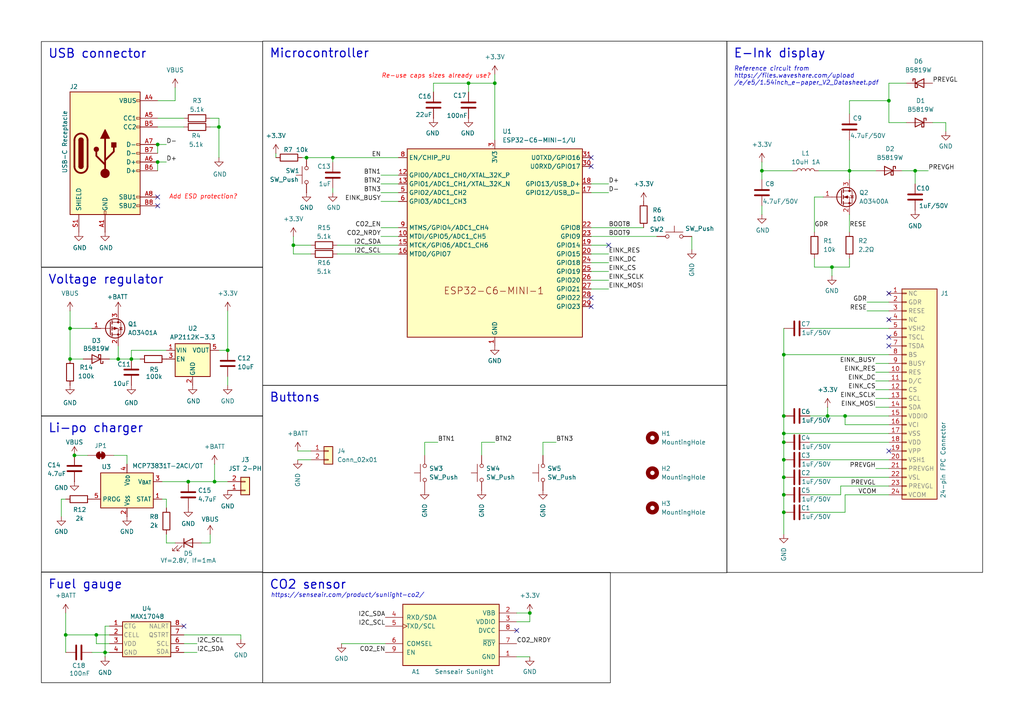
<source format=kicad_sch>
(kicad_sch (version 20250114) (generator "eeschema") (generator_version "9.0")
  (paper "A4")
  (title_block (title "Low-Power CO2 Sensor") (date "2024-11-21") (company "blinry <mail@blinry.org>"))
  (text "https://senseair.com/product/sunlight-co2/" (at 78.486 172.72 0) (effects (font (size 1.27 1.27) (italic yes)) (justify left)))
  (text "Add ESD protection?" (at 58.928 57.15 0) (effects (font (size 1.27 1.27) (italic yes))))
  (text "Re-use caps sizes already use?" (at 126.492 22.098 0) (effects (font (size 1.27 1.27) (italic yes))))
  (text "Reference circuit from\nhttps://files.waveshare.com/upload\n/e/e5/1.54inch_e-paper_V2_Datasheet.pdf" (at 212.852 22.098 0) (effects (font (size 1.27 1.27) (italic yes)) (justify left)))
  (text_box "Fuel gauge" (at 11.9966 165.9646 0) (size 64.2034 32.0492) (margins 1.905 1.905 1.905 1.905) (stroke (width 0) (color 0 0 0 1)) (effects (font (size 2.54 2.54) (thickness 0.3175)) (justify left top)))
  (text_box "Buttons" (at 76.2 111.76 0) (size 134.62 54.3461) (margins 1.905 1.905 1.905 1.905) (stroke (width 0) (color 0 0 0 1)) (effects (font (size 2.54 2.54) (thickness 0.3175)) (justify left top)))
  (text_box "USB connector" (at 11.9879 12.042 0) (size 64.2121 65.428) (margins 1.905 1.905 1.905 1.905) (stroke (width 0) (color 0 0 0 1)) (effects (font (size 2.54 2.54) (thickness 0.3175)) (justify left top)))
  (text_box "Voltage regulator" (at 12.0166 77.5558 0) (size 64.1834 43.0942) (margins 1.905 1.905 1.905 1.905) (stroke (width 0) (color 0 0 0 1)) (effects (font (size 2.54 2.54) (thickness 0.3175)) (justify left top)))
  (text_box "Microcontroller" (at 76.2 11.9436 0) (size 134.62 99.8164) (margins 1.905 1.905 1.905 1.905) (stroke (width 0) (color 0 0 0 1)) (effects (font (size 2.54 2.54) (thickness 0.3175)) (justify left top)))
  (text_box "E-Ink display" (at 210.82 11.9502 0) (size 74.1819 154.077) (margins 1.905 1.905 1.905 1.905) (stroke (width 0) (color 0 0 0 1)) (effects (font (size 2.54 2.54) (thickness 0.3175)) (justify left top)))
  (text_box "Li-po charger" (at 12.0233 120.65 0) (size 64.1767 45.2649) (margins 1.905 1.905 1.905 1.905) (stroke (width 0) (color 0 0 0 1)) (effects (font (size 2.54 2.54) (thickness 0.3175)) (justify left top)))
  (text_box "CO2 sensor" (at 76.2 166.0447 0) (size 100.8379 31.9863) (margins 1.905 1.905 1.905 1.905) (stroke (width 0) (color 0 0 0 1)) (effects (font (size 2.54 2.54) (thickness 0.3175)) (justify left top)))
  (junction (at 38.1 104.14))
  (junction (at 153.67 177.8))
  (junction (at 20.32 95.25))
  (junction (at 88.9 45.72))
  (junction (at 227.33 128.27))
  (junction (at 27.94 184.15))
  (junction (at 96.52 45.72))
  (junction (at 63.5 36.83))
  (junction (at 227.33 125.73))
  (junction (at 227.33 120.65))
  (junction (at 143.51 24.13))
  (junction (at 20.32 104.14))
  (junction (at 227.33 143.51))
  (junction (at 45.72 41.91))
  (junction (at 19.05 184.15))
  (junction (at 135.89 24.13))
  (junction (at 66.04 101.6))
  (junction (at 54.61 139.7))
  (junction (at 245.11 120.65))
  (junction (at 227.33 102.87))
  (junction (at 220.98 49.53))
  (junction (at 227.33 133.35))
  (junction (at 265.43 49.53))
  (junction (at 240.03 120.65))
  (junction (at 227.33 148.59))
  (junction (at 30.48 189.23))
  (junction (at 85.09 71.12))
  (junction (at 227.33 138.43))
  (junction (at 62.23 139.7))
  (junction (at 241.3 77.47))
  (junction (at 45.72 46.99))
  (junction (at 21.59 132.08))
  (junction (at 257.81 29.21))
  (junction (at 246.38 49.53))
  (junction (at 34.29 104.14))
  (no_connect (at 171.45 86.36))
  (no_connect (at 257.81 130.81))
  (no_connect (at 45.72 57.15))
  (no_connect (at 53.34 181.61))
  (no_connect (at 149.86 182.88))
  (no_connect (at 257.81 85.09))
  (no_connect (at 257.81 92.71))
  (no_connect (at 257.81 97.79))
  (no_connect (at 171.45 48.26))
  (no_connect (at 171.45 88.9))
  (no_connect (at 257.81 100.33))
  (no_connect (at 176.53 71.12))
  (no_connect (at 45.72 59.69))
  (no_connect (at 171.45 45.72))
  (wire (pts (xy 176.53 78.74) (xy 171.45 78.74)))
  (wire (pts (xy 20.32 95.25) (xy 20.32 104.14)))
  (wire (pts (xy 274.32 38.1) (xy 274.32 35.56)))
  (wire (pts (xy 227.33 102.87) (xy 227.33 120.65)))
  (wire (pts (xy 57.15 189.23) (xy 53.34 189.23)))
  (wire (pts (xy 30.48 190.5) (xy 30.48 189.23)))
  (wire (pts (xy 36.83 132.08) (xy 36.83 134.62)))
  (wire (pts (xy 110.49 68.58) (xy 115.57 68.58)))
  (wire (pts (xy 243.84 140.97) (xy 257.81 140.97)))
  (wire (pts (xy 240.03 120.65) (xy 245.11 120.65)))
  (wire (pts (xy 110.49 53.34) (xy 115.57 53.34)))
  (wire (pts (xy 123.19 128.27) (xy 123.19 132.08)))
  (wire (pts (xy 234.95 148.59) (xy 245.11 148.59)))
  (wire (pts (xy 96.52 45.72) (xy 96.52 46.99)))
  (wire (pts (xy 200.66 68.58) (xy 200.66 72.39)))
  (wire (pts (xy 30.48 181.61) (xy 30.48 189.23)))
  (wire (pts (xy 80.01 44.45) (xy 80.01 45.72)))
  (wire (pts (xy 245.11 123.19) (xy 257.81 123.19)))
  (wire (pts (xy 153.67 177.8) (xy 153.67 180.34)))
  (wire (pts (xy 220.98 49.53) (xy 220.98 52.07)))
  (wire (pts (xy 88.9 45.72) (xy 96.52 45.72)))
  (wire (pts (xy 157.48 128.27) (xy 161.29 128.27)))
  (wire (pts (xy 227.33 102.87) (xy 257.81 102.87)))
  (wire (pts (xy 48.26 144.78) (xy 46.99 144.78)))
  (wire (pts (xy 38.1 101.6) (xy 48.26 101.6)))
  (wire (pts (xy 20.32 95.25) (xy 26.67 95.25)))
  (wire (pts (xy 176.53 71.12) (xy 171.45 71.12)))
  (wire (pts (xy 143.51 21.59) (xy 143.51 24.13)))
  (wire (pts (xy 45.72 46.99) (xy 45.72 49.53)))
  (wire (pts (xy 85.09 71.12) (xy 90.17 71.12)))
  (wire (pts (xy 257.81 35.56) (xy 262.89 35.56)))
  (wire (pts (xy 257.81 115.57) (xy 254 115.57)))
  (wire (pts (xy 274.32 35.56) (xy 270.51 35.56)))
  (wire (pts (xy 62.23 139.7) (xy 66.04 139.7)))
  (wire (pts (xy 88.9 45.72) (xy 87.63 45.72)))
  (wire (pts (xy 246.38 77.47) (xy 246.38 74.93)))
  (wire (pts (xy 45.72 41.91) (xy 45.72 44.45)))
  (wire (pts (xy 53.34 34.29) (xy 45.72 34.29)))
  (wire (pts (xy 135.89 24.13) (xy 135.89 26.67)))
  (wire (pts (xy 171.45 66.04) (xy 186.69 66.04)))
  (wire (pts (xy 48.26 41.91) (xy 45.72 41.91)))
  (wire (pts (xy 227.33 138.43) (xy 227.33 143.51)))
  (wire (pts (xy 234.95 133.35) (xy 257.81 133.35)))
  (wire (pts (xy 135.89 24.13) (xy 143.51 24.13)))
  (wire (pts (xy 48.26 46.99) (xy 45.72 46.99)))
  (wire (pts (xy 85.09 68.58) (xy 85.09 71.12)))
  (wire (pts (xy 171.45 68.58) (xy 190.5 68.58)))
  (wire (pts (xy 63.5 36.83) (xy 63.5 45.72)))
  (wire (pts (xy 19.05 184.15) (xy 27.94 184.15)))
  (wire (pts (xy 257.81 118.11) (xy 254 118.11)))
  (wire (pts (xy 123.19 128.27) (xy 127 128.27)))
  (wire (pts (xy 69.85 184.15) (xy 53.34 184.15)))
  (wire (pts (xy 19.05 184.15) (xy 19.05 189.23)))
  (wire (pts (xy 46.99 139.7) (xy 54.61 139.7)))
  (wire (pts (xy 57.15 186.69) (xy 53.34 186.69)))
  (wire (pts (xy 257.81 107.95) (xy 254 107.95)))
  (wire (pts (xy 261.62 49.53) (xy 265.43 49.53)))
  (wire (pts (xy 139.7 128.27) (xy 139.7 132.08)))
  (wire (pts (xy 220.98 59.69) (xy 220.98 62.23)))
  (wire (pts (xy 227.33 120.65) (xy 227.33 125.73)))
  (wire (pts (xy 257.81 105.41) (xy 254 105.41)))
  (wire (pts (xy 246.38 62.23) (xy 246.38 67.31)))
  (wire (pts (xy 85.09 73.66) (xy 90.17 73.66)))
  (wire (pts (xy 135.89 24.13) (xy 125.73 24.13)))
  (wire (pts (xy 20.32 90.17) (xy 20.32 95.25)))
  (wire (pts (xy 257.81 135.89) (xy 254 135.89)))
  (wire (pts (xy 66.04 90.17) (xy 66.04 101.6)))
  (wire (pts (xy 50.8 157.48) (xy 48.26 157.48)))
  (wire (pts (xy 245.11 120.65) (xy 257.81 120.65)))
  (wire (pts (xy 153.67 190.5) (xy 149.86 190.5)))
  (wire (pts (xy 234.95 95.25) (xy 257.81 95.25)))
  (wire (pts (xy 143.51 24.13) (xy 143.51 40.64)))
  (wire (pts (xy 96.52 55.88) (xy 96.52 54.61)))
  (wire (pts (xy 176.53 53.34) (xy 171.45 53.34)))
  (wire (pts (xy 227.33 133.35) (xy 227.33 138.43)))
  (wire (pts (xy 243.84 143.51) (xy 243.84 140.97)))
  (wire (pts (xy 50.8 29.21) (xy 45.72 29.21)))
  (wire (pts (xy 125.73 24.13) (xy 125.73 26.67)))
  (wire (pts (xy 227.33 128.27) (xy 227.33 133.35)))
  (wire (pts (xy 241.3 80.01) (xy 241.3 77.47)))
  (wire (pts (xy 227.33 95.25) (xy 227.33 102.87)))
  (wire (pts (xy 86.36 133.35) (xy 90.17 133.35)))
  (wire (pts (xy 110.49 58.42) (xy 115.57 58.42)))
  (wire (pts (xy 85.09 73.66) (xy 85.09 71.12)))
  (wire (pts (xy 241.3 77.47) (xy 246.38 77.47)))
  (wire (pts (xy 66.04 111.76) (xy 66.04 109.22)))
  (wire (pts (xy 34.29 104.14) (xy 38.1 104.14)))
  (wire (pts (xy 50.8 25.4) (xy 50.8 29.21)))
  (wire (pts (xy 38.1 104.14) (xy 38.1 101.6)))
  (wire (pts (xy 245.11 120.65) (xy 245.11 123.19)))
  (wire (pts (xy 245.11 143.51) (xy 257.81 143.51)))
  (wire (pts (xy 176.53 55.88) (xy 171.45 55.88)))
  (wire (pts (xy 234.95 120.65) (xy 240.03 120.65)))
  (wire (pts (xy 34.29 100.33) (xy 34.29 104.14)))
  (wire (pts (xy 31.75 104.14) (xy 34.29 104.14)))
  (wire (pts (xy 63.5 34.29) (xy 63.5 36.83)))
  (wire (pts (xy 110.49 55.88) (xy 115.57 55.88)))
  (wire (pts (xy 69.85 185.42) (xy 69.85 184.15)))
  (wire (pts (xy 220.98 49.53) (xy 229.87 49.53)))
  (wire (pts (xy 246.38 40.64) (xy 246.38 49.53)))
  (wire (pts (xy 236.22 74.93) (xy 236.22 77.47)))
  (wire (pts (xy 62.23 134.62) (xy 62.23 139.7)))
  (wire (pts (xy 176.53 76.2) (xy 171.45 76.2)))
  (wire (pts (xy 97.79 73.66) (xy 115.57 73.66)))
  (wire (pts (xy 27.94 186.69) (xy 31.75 186.69)))
  (wire (pts (xy 265.43 49.53) (xy 265.43 53.34)))
  (wire (pts (xy 176.53 73.66) (xy 171.45 73.66)))
  (wire (pts (xy 21.59 132.08) (xy 25.4 132.08)))
  (wire (pts (xy 60.96 154.94) (xy 60.96 157.48)))
  (wire (pts (xy 60.96 157.48) (xy 58.42 157.48)))
  (wire (pts (xy 53.34 36.83) (xy 45.72 36.83)))
  (wire (pts (xy 86.36 130.81) (xy 90.17 130.81)))
  (wire (pts (xy 110.49 66.04) (xy 115.57 66.04)))
  (wire (pts (xy 234.95 143.51) (xy 243.84 143.51)))
  (wire (pts (xy 20.32 104.14) (xy 24.13 104.14)))
  (wire (pts (xy 227.33 125.73) (xy 257.81 125.73)))
  (wire (pts (xy 236.22 77.47) (xy 241.3 77.47)))
  (wire (pts (xy 257.81 29.21) (xy 257.81 24.13)))
  (wire (pts (xy 63.5 36.83) (xy 60.96 36.83)))
  (wire (pts (xy 17.78 149.86) (xy 17.78 144.78)))
  (wire (pts (xy 251.46 87.63) (xy 257.81 87.63)))
  (wire (pts (xy 257.81 29.21) (xy 257.81 35.56)))
  (wire (pts (xy 149.86 177.8) (xy 153.67 177.8)))
  (wire (pts (xy 176.53 81.28) (xy 171.45 81.28)))
  (wire (pts (xy 227.33 143.51) (xy 227.33 148.59)))
  (wire (pts (xy 96.52 45.72) (xy 115.57 45.72)))
  (wire (pts (xy 139.7 128.27) (xy 143.51 128.27)))
  (wire (pts (xy 99.06 186.69) (xy 111.76 186.69)))
  (wire (pts (xy 19.05 177.8) (xy 19.05 184.15)))
  (wire (pts (xy 246.38 33.02) (xy 246.38 29.21)))
  (wire (pts (xy 246.38 49.53) (xy 246.38 52.07)))
  (wire (pts (xy 246.38 29.21) (xy 257.81 29.21)))
  (wire (pts (xy 227.33 125.73) (xy 227.33 128.27)))
  (wire (pts (xy 238.76 57.15) (xy 236.22 57.15)))
  (wire (pts (xy 251.46 90.17) (xy 257.81 90.17)))
  (wire (pts (xy 31.75 181.61) (xy 30.48 181.61)))
  (wire (pts (xy 97.79 71.12) (xy 115.57 71.12)))
  (wire (pts (xy 26.67 189.23) (xy 30.48 189.23)))
  (wire (pts (xy 66.04 101.6) (xy 63.5 101.6)))
  (wire (pts (xy 234.95 138.43) (xy 257.81 138.43)))
  (wire (pts (xy 149.86 180.34) (xy 153.67 180.34)))
  (wire (pts (xy 60.96 34.29) (xy 63.5 34.29)))
  (wire (pts (xy 257.81 110.49) (xy 254 110.49)))
  (wire (pts (xy 157.48 128.27) (xy 157.48 132.08)))
  (wire (pts (xy 257.81 24.13) (xy 262.89 24.13)))
  (wire (pts (xy 234.95 128.27) (xy 257.81 128.27)))
  (wire (pts (xy 110.49 50.8) (xy 115.57 50.8)))
  (wire (pts (xy 62.23 139.7) (xy 54.61 139.7)))
  (wire (pts (xy 257.81 113.03) (xy 254 113.03)))
  (wire (pts (xy 236.22 57.15) (xy 236.22 67.31)))
  (wire (pts (xy 227.33 148.59) (xy 227.33 154.94)))
  (wire (pts (xy 48.26 144.78) (xy 48.26 147.32)))
  (wire (pts (xy 17.78 144.78) (xy 19.05 144.78)))
  (wire (pts (xy 48.26 154.94) (xy 48.26 157.48)))
  (wire (pts (xy 40.64 104.14) (xy 38.1 104.14)))
  (wire (pts (xy 176.53 83.82) (xy 171.45 83.82)))
  (wire (pts (xy 220.98 46.99) (xy 220.98 49.53)))
  (wire (pts (xy 27.94 184.15) (xy 31.75 184.15)))
  (wire (pts (xy 237.49 49.53) (xy 246.38 49.53)))
  (wire (pts (xy 240.03 118.11) (xy 240.03 120.65)))
  (wire (pts (xy 27.94 184.15) (xy 27.94 186.69)))
  (wire (pts (xy 265.43 49.53) (xy 269.24 49.53)))
  (wire (pts (xy 245.11 148.59) (xy 245.11 143.51)))
  (wire (pts (xy 246.38 49.53) (xy 254 49.53)))
  (wire (pts (xy 30.48 189.23) (xy 31.75 189.23)))
  (wire (pts (xy 33.02 132.08) (xy 36.83 132.08)))
  (label "BTN2" (at 143.51 128.27 0))
  (label "EINK_RES" (at 176.53 73.66 0))
  (label "RESE" (at 246.38 66.04 0))
  (label "BTN3" (at 161.29 128.27 0))
  (label "I2C_SCL" (at 110.49 73.66 180))
  (label "BTN1" (at 110.49 50.8 180))
  (label "EINK_SCLK" (at 254 115.57 180))
  (label "EN" (at 110.49 45.72 180))
  (label "EINK_SCLK" (at 176.53 81.28 0))
  (label "BTN1" (at 127 128.27 0))
  (label "EINK_CS" (at 176.53 78.74 0))
  (label "D-" (at 176.53 55.88 0))
  (label "EINK_DC" (at 254 110.49 180))
  (label "EINK_BUSY" (at 110.49 58.42 180))
  (label "CO2_NRDY" (at 149.86 186.69 0))
  (label "GDR" (at 236.22 66.04 0))
  (label "CO2_EN" (at 111.76 189.23 180))
  (label "I2C_SDA" (at 57.15 189.23 0))
  (label "PREVGH" (at 269.24 49.53 0))
  (label "EINK_DC" (at 176.53 76.2 0))
  (label "I2C_SCL" (at 111.76 181.61 180))
  (label "GDR" (at 251.46 87.63 180))
  (label "RESE" (at 251.46 90.17 180))
  (label "EINK_MOSI" (at 176.53 83.82 0))
  (label "BOOT9" (at 176.53 68.58 0))
  (label "VCOM" (at 248.92 143.51 0))
  (label "CO2_NRDY" (at 110.49 68.58 180))
  (label "EINK_BUSY" (at 254 105.41 180))
  (label "I2C_SDA" (at 111.76 179.07 180))
  (label "BTN3" (at 110.49 55.88 180))
  (label "EINK_MOSI" (at 254 118.11 180))
  (label "BOOT8" (at 176.53 66.04 0))
  (label "D+" (at 48.26 46.99 0))
  (label "D-" (at 48.26 41.91 0))
  (label "PREVGL" (at 254 140.97 180))
  (label "I2C_SCL" (at 57.15 186.69 0))
  (label "BTN2" (at 110.49 53.34 180))
  (label "EINK_CS" (at 254 113.03 180))
  (label "PREVGL" (at 270.51 24.13 0))
  (label "CO2_EN" (at 110.49 66.04 180))
  (label "I2C_SDA" (at 110.49 71.12 180))
  (label "D+" (at 176.53 53.34 0))
  (label "EINK_RES" (at 254 107.95 180))
  (label "PREVGH" (at 254 135.89 180))
  (symbol (lib_id "power:GND") (at 99.06 186.69 0) (unit 1)
    (property "Reference" "#PWR011" (effects (hide yes)))
    (property "Value" "GND" (at 101.092 191.008 0) (effects (justify right)))
    (property "Description" "Power symbol creates a global label with name \"GND\" , ground" (effects (hide yes)))
  )
  (symbol (lib_id "power:+BATT") (at 62.23 134.62 0) (unit 1)
    (property "Reference" "#PWR046" (effects (hide yes)))
    (property "Value" "+BATT" (at 62.23 129.54 0))
    (property "Description" "Power symbol creates a global label with name \"+BATT\"" (effects (hide yes)))
  )
  (symbol (lib_id "power:GND") (at 123.19 142.24 0) (mirror y) (unit 1)
    (property "Reference" "#PWR027" (effects (hide yes)))
    (property "Value" "GND" (at 123.1901 146.05 90) (effects (justify right)))
    (property "Description" "Power symbol creates a global label with name \"GND\" , ground" (effects (hide yes)))
  )
  (symbol (lib_id "power:GND") (at 125.73 34.29 0) (mirror y) (unit 1)
    (property "Reference" "#PWR039" (effects (hide yes)))
    (property "Value" "GND" (at 123.444 38.608 0) (effects (justify right)))
    (property "Description" "Power symbol creates a global label with name \"GND\" , ground" (effects (hide yes)))
  )
  (symbol (lib_id "Device:LED") (at 54.61 157.48 0) (unit 1)
    (property "Reference" "D5" (at 54.61 160.528 0))
    (property "Value" "Vf=2.8V, If=1mA" (at 54.61 162.56 0))
    (property "Footprint" "LED_SMD:LED_0603_1608Metric" (effects (hide yes)))
    (property "Description" "Light emitting diode" (effects (hide yes)))
    (property "LCSC Part" "C2290" (effects (hide yes)))
  )
  (symbol (lib_id "power:GND") (at 157.48 142.24 0) (mirror y) (unit 1)
    (property "Reference" "#PWR026" (effects (hide yes)))
    (property "Value" "GND" (at 157.4801 146.05 90) (effects (justify right)))
    (property "Description" "Power symbol creates a global label with name \"GND\" , ground" (effects (hide yes)))
  )
  (symbol (lib_id "power:+3.3V") (at 143.51 21.59 0) (unit 1)
    (property "Reference" "#PWR019" (effects (hide yes)))
    (property "Value" "+3.3V" (at 143.51 16.51 0))
    (property "Description" "Power symbol creates a global label with name \"+3.3V\"" (effects (hide yes)))
  )
  (symbol (lib_id "power:GND") (at 153.67 190.5 0) (unit 1)
    (property "Reference" "#PWR07" (effects (hide yes)))
    (property "Value" "GND" (at 155.702 194.818 0) (effects (justify right)))
    (property "Description" "Power symbol creates a global label with name \"GND\" , ground" (effects (hide yes)))
  )
  (symbol (lib_id "Switch:SW_Push") (at 195.58 68.58 0) (mirror y) (unit 1)
    (property "Reference" "SW2" (at 190.5 66.548 0))
    (property "Value" "SW_Push" (at 202.946 66.294 0))
    (property "Footprint" "footprints:TS24CA" (effects (hide yes)))
    (property "Description" "Push button switch, generic, two pins" (effects (hide yes)))
    (property "LCSC Part" "C318884" (effects (hide yes)))
  )
  (symbol (lib_id "Switch:SW_Push") (at 123.19 137.16 90) (unit 1)
    (property "Reference" "SW3" (at 124.46 135.8899 90) (effects (justify right)))
    (property "Value" "SW_Push" (at 124.46 138.4299 90) (effects (justify right)))
    (property "Footprint" "footprints:TS24CA" (effects (hide yes)))
    (property "Description" "Push button switch, generic, two pins" (effects (hide yes)))
    (property "LCSC Part" "C318884" (effects (hide yes)))
  )
  (symbol (lib_id "power:GND") (at 66.04 142.24 0) (unit 1)
    (property "Reference" "#PWR031" (effects (hide yes)))
    (property "Value" "GND" (at 68.072 146.812 0) (effects (justify right)))
    (property "Description" "Power symbol creates a global label with name \"GND\" , ground" (effects (hide yes)))
  )
  (symbol (lib_id "power:GND") (at 66.04 111.76 0) (unit 1)
    (property "Reference" "#PWR017" (effects (hide yes)))
    (property "Value" "GND" (at 68.072 116.332 0) (effects (justify right)))
    (property "Description" "Power symbol creates a global label with name \"GND\" , ground" (effects (hide yes)))
  )
  (symbol (lib_id "Device:C") (at 231.14 128.27 90) (unit 1)
    (property "Reference" "C4" (at 233.68 127 90))
    (property "Value" "1uF/50V" (at 236.728 129.54 90))
    (property "Footprint" "Capacitor_SMD:C_0603_1608Metric" (effects (hide yes)))
    (property "Description" "Unpolarized capacitor" (effects (hide yes)))
    (property "LCSC Part" "C15849" (effects (hide yes)))
  )
  (symbol (lib_id "power:+3.3V") (at 220.98 46.99 0) (unit 1)
    (property "Reference" "#PWR02" (effects (hide yes)))
    (property "Value" "+3.3V" (at 220.98 41.91 0))
    (property "Description" "Power symbol creates a global label with name \"+3.3V\"" (effects (hide yes)))
  )
  (symbol (lib_id "Device:C") (at 231.14 133.35 90) (unit 1)
    (property "Reference" "C3" (at 233.68 132.08 90))
    (property "Value" "1uF/50V" (at 236.728 134.62 90))
    (property "Footprint" "Capacitor_SMD:C_0603_1608Metric" (effects (hide yes)))
    (property "Description" "Unpolarized capacitor" (effects (hide yes)))
    (property "LCSC Part" "C15849" (effects (hide yes)))
  )
  (symbol (lib_id "power:GND") (at 20.32 111.76 0) (unit 1)
    (property "Reference" "#PWR041" (effects (hide yes)))
    (property "Value" "GND" (at 22.352 116.84 0) (effects (justify right)))
    (property "Description" "Power symbol creates a global label with name \"GND\" , ground" (effects (hide yes)))
  )
  (symbol (lib_id "PCM_Espressif:ESP32-C6-MINI-1/U") (at 143.51 73.66 0) (unit 1)
    (property "Reference" "U1" (at 145.7041 38.1 0) (effects (justify left)))
    (property "Value" "ESP32-C6-MINI-1/U" (at 145.7041 40.64 0) (effects (justify left)))
    (property "Footprint" "PCM_Espressif:ESP32-C6-MINI-1" (effects (hide yes)))
    (property "Datasheet" "https://www.espressif.com/sites/default/files/documentation/esp32-c6-mini-1_datasheet_en.pdf" (effects (hide yes)))
    (property "Description" "ESP32-C6-MINI-1 is a module that supports 2.4 GHz Wi-Fi 6 (802.11 ax), Bluetooth® 5 (LE), Zigbee and Thread (802.15.4)" (effects (hide yes)))
    (property "LCSC Part" "C5736265" (effects (hide yes)))
    (property "JLCPCB Position Offset" "0,-2.667" (effects (hide yes)))
  )
  (symbol (lib_id "power:GND") (at 69.85 185.42 0) (unit 1)
    (property "Reference" "#PWR037" (effects (hide yes)))
    (property "Value" "GND" (at 71.882 189.992 0) (effects (justify right)))
    (property "Description" "Power symbol creates a global label with name \"GND\" , ground" (effects (hide yes)))
  )
  (symbol (lib_id "power:+BATT") (at 19.05 177.8 0) (unit 1)
    (property "Reference" "#PWR047" (effects (hide yes)))
    (property "Value" "+BATT" (at 19.05 172.72 0))
    (property "Description" "Power symbol creates a global label with name \"+BATT\"" (effects (hide yes)))
  )
  (symbol (lib_id "power:GND") (at 135.89 34.29 0) (mirror y) (unit 1)
    (property "Reference" "#PWR040" (effects (hide yes)))
    (property "Value" "GND" (at 133.604 38.608 0) (effects (justify right)))
    (property "Description" "Power symbol creates a global label with name \"GND\" , ground" (effects (hide yes)))
  )
  (symbol (lib_id "Device:C") (at 38.1 107.95 0) (unit 1)
    (property "Reference" "C11" (at 34.036 105.664 0) (effects (justify left)))
    (property "Value" "10uF" (at 32.766 111.252 0) (effects (justify left)))
    (property "Footprint" "Capacitor_SMD:C_0603_1608Metric" (effects (hide yes)))
    (property "Description" "Unpolarized capacitor" (effects (hide yes)))
    (property "LCSC Part" "C96446" (effects (hide yes)))
  )
  (symbol (lib_id "Device:C") (at 125.73 30.48 180) (unit 1)
    (property "Reference" "C16" (at 123.19 27.94 0))
    (property "Value" "22uF" (at 122.936 33.274 0))
    (property "Footprint" "Capacitor_SMD:C_0805_2012Metric" (effects (hide yes)))
    (property "Description" "Unpolarized capacitor" (effects (hide yes)))
    (property "LCSC Part" "C45783" (effects (hide yes)))
  )
  (symbol (lib_id "Device:R") (at 20.32 107.95 180) (unit 1)
    (property "Reference" "R14" (at 25.019 106.553 0))
    (property "Value" "100k" (at 25.019 109.093 0))
    (property "Footprint" "Resistor_SMD:R_0402_1005Metric" (effects (hide yes)))
    (property "Description" "Resistor" (effects (hide yes)))
    (property "LCSC Part" "C25741" (effects (hide yes)))
  )
  (symbol (lib_id "power:GND") (at 88.9 55.88 0) (mirror y) (unit 1)
    (property "Reference" "#PWR023" (effects (hide yes)))
    (property "Value" "GND" (at 86.868 60.198 0) (effects (justify right)))
    (property "Description" "Power symbol creates a global label with name \"GND\" , ground" (effects (hide yes)))
  )
  (symbol (lib_id "power:GND") (at 265.43 60.96 0) (unit 1)
    (property "Reference" "#PWR04" (effects (hide yes)))
    (property "Value" "GND" (at 267.462 65.532 0) (effects (justify right)))
    (property "Description" "Power symbol creates a global label with name \"GND\" , ground" (effects (hide yes)))
  )
  (symbol (lib_id "power:GND") (at 274.32 38.1 0) (unit 1)
    (property "Reference" "#PWR05" (effects (hide yes)))
    (property "Value" "GND" (at 276.352 42.418 0) (effects (justify right)))
    (property "Description" "Power symbol creates a global label with name \"GND\" , ground" (effects (hide yes)))
  )
  (symbol (lib_id "Device:C") (at 21.59 135.89 0) (unit 1)
    (property "Reference" "C14" (at 13.716 134.874 0) (effects (justify left)))
    (property "Value" "4.7uF" (at 13.716 137.414 0) (effects (justify left)))
    (property "Footprint" "Capacitor_SMD:C_1206_3216Metric" (effects (hide yes)))
    (property "Description" "Unpolarized capacitor" (effects (hide yes)))
    (property "LCSC Part" "C29823" (effects (hide yes)))
  )
  (symbol (lib_id "Mechanical:MountingHole") (at 189.23 137.16 0) (unit 1) (exclude_from_sim yes) (in_bom no)
    (property "Reference" "H2" (at 191.77 135.8899 0) (effects (justify left)))
    (property "Value" "MountingHole" (at 191.77 138.4299 0) (effects (justify left)))
    (property "Footprint" "MountingHole:MountingHole_2.2mm_M2" (effects (hide yes)))
    (property "Description" "Mounting Hole without connection" (effects (hide yes)))
  )
  (symbol (lib_id "power:GND") (at 143.51 100.33 0) (unit 1)
    (property "Reference" "#PWR021" (effects (hide yes)))
    (property "Value" "GND" (at 145.542 104.648 0) (effects (justify right)))
    (property "Description" "Power symbol creates a global label with name \"GND\" , ground" (effects (hide yes)))
  )
  (symbol (lib_id "Switch:SW_Push") (at 157.48 137.16 90) (unit 1)
    (property "Reference" "SW5" (at 158.75 135.8899 90) (effects (justify right)))
    (property "Value" "SW_Push" (at 158.75 138.4299 90) (effects (justify right)))
    (property "Footprint" "footprints:TS24CA" (effects (hide yes)))
    (property "Description" "Push button switch, generic, two pins" (effects (hide yes)))
    (property "LCSC Part" "C318884" (effects (hide yes)))
  )
  (symbol (lib_id "Diode:MBR0540") (at 27.94 104.14 180) (unit 1)
    (property "Reference" "D3" (at 27.94 98.806 0))
    (property "Value" "B5819W" (at 27.94 101.092 0))
    (property "Footprint" "Diode_SMD:D_SOD-123" (effects (hide yes)))
    (property "Description" "40V 0.5A Schottky Power Rectifier Diode, SOD-123" (effects (hide yes)))
    (property "LCSC Part" "C8598" (effects (hide yes)))
  )
  (symbol (lib_id "power:GND") (at 96.52 55.88 0) (mirror y) (unit 1)
    (property "Reference" "#PWR024" (effects (hide yes)))
    (property "Value" "GND" (at 94.742 60.198 0) (effects (justify right)))
    (property "Description" "Power symbol creates a global label with name \"GND\" , ground" (effects (hide yes)))
  )
  (symbol (lib_id "power:VBUS") (at 60.96 154.94 0) (unit 1)
    (property "Reference" "#PWR045" (effects (hide yes)))
    (property "Value" "VBUS" (at 60.96 150.622 0))
    (property "Description" "Power symbol creates a global label with name \"VBUS\"" (effects (hide yes)))
  )
  (symbol (lib_id "power:+BATT") (at 86.36 130.81 0) (unit 1)
    (property "Reference" "#PWR029" (effects (hide yes)))
    (property "Value" "+BATT" (at 86.36 125.73 0))
    (property "Description" "Power symbol creates a global label with name \"+BATT\"" (effects (hide yes)))
  )
  (symbol (lib_id "power:+3.3V") (at 85.09 68.58 0) (unit 1)
    (property "Reference" "#PWR049" (effects (hide yes)))
    (property "Value" "+3.3V" (at 85.09 63.5 0))
    (property "Description" "Power symbol creates a global label with name \"+3.3V\"" (effects (hide yes)))
  )
  (symbol (lib_id "power:GND") (at 139.7 142.24 0) (mirror y) (unit 1)
    (property "Reference" "#PWR025" (effects (hide yes)))
    (property "Value" "GND" (at 139.7001 146.05 90) (effects (justify right)))
    (property "Description" "Power symbol creates a global label with name \"GND\" , ground" (effects (hide yes)))
  )
  (symbol (lib_id "power:GND") (at 38.1 111.76 0) (unit 1)
    (property "Reference" "#PWR018" (effects (hide yes)))
    (property "Value" "GND" (at 40.132 116.84 0) (effects (justify right)))
    (property "Description" "Power symbol creates a global label with name \"GND\" , ground" (effects (hide yes)))
  )
  (symbol (lib_id "Device:C") (at 231.14 120.65 90) (unit 1)
    (property "Reference" "C6" (at 233.68 119.38 90))
    (property "Value" "1uF/50V" (at 236.728 121.92 90))
    (property "Footprint" "Capacitor_SMD:C_0603_1608Metric" (effects (hide yes)))
    (property "Description" "Unpolarized capacitor" (effects (hide yes)))
    (property "LCSC Part" "C15849" (effects (hide yes)))
  )
  (symbol (lib_id "Connector_Generic:Conn_01x02") (at 95.25 130.81 0) (unit 1) (in_bom no)
    (property "Reference" "J4" (at 97.79 130.8099 0) (effects (justify left)))
    (property "Value" "Conn_02x01" (at 97.79 133.3499 0) (effects (justify left)))
    (property "Footprint" "Connector_PinHeader_2.54mm:PinHeader_1x02_P2.54mm_Vertical" (effects (hide yes)))
    (property "Description" "Generic connector, single row, 01x02, script generated (kicad-library-utils/schlib/autogen/connector/)" (effects (hide yes)))
  )
  (symbol (lib_id "power:GND") (at 17.78 149.86 0) (unit 1)
    (property "Reference" "#PWR034" (effects (hide yes)))
    (property "Value" "GND" (at 19.812 154.178 0) (effects (justify right)))
    (property "Description" "Power symbol creates a global label with name \"GND\" , ground" (effects (hide yes)))
  )
  (symbol (lib_id "Mechanical:MountingHole") (at 189.23 147.32 0) (unit 1) (exclude_from_sim yes) (in_bom no)
    (property "Reference" "H3" (at 191.77 146.0499 0) (effects (justify left)))
    (property "Value" "MountingHole" (at 191.77 148.5899 0) (effects (justify left)))
    (property "Footprint" "MountingHole:MountingHole_2.2mm_M2" (effects (hide yes)))
    (property "Description" "Mounting Hole without connection" (effects (hide yes)))
  )
  (symbol (lib_id "power:+3.3V") (at 240.03 118.11 0) (unit 1)
    (property "Reference" "#PWR012" (effects (hide yes)))
    (property "Value" "+3.3V" (at 240.03 113.03 0))
    (property "Description" "Power symbol creates a global label with name \"+3.3V\"" (effects (hide yes)))
  )
  (symbol (lib_id "Device:C") (at 265.43 57.15 180) (unit 1)
    (property "Reference" "C10" (at 267.716 54.61 0))
    (property "Value" "1uF/50V" (at 270.764 59.69 0))
    (property "Footprint" "Capacitor_SMD:C_0603_1608Metric" (effects (hide yes)))
    (property "Description" "Unpolarized capacitor" (effects (hide yes)))
    (property "LCSC Part" "C15849" (effects (hide yes)))
  )
  (symbol (lib_id "power:+3.3V") (at 153.67 177.8 0) (unit 1)
    (property "Reference" "#PWR08" (effects (hide yes)))
    (property "Value" "+3.3V" (at 153.67 172.72 0))
    (property "Description" "Power symbol creates a global label with name \"+3.3V\"" (effects (hide yes)))
  )
  (symbol (lib_id "Device:C") (at 135.89 30.48 180) (unit 1)
    (property "Reference" "C17" (at 133.35 27.686 0))
    (property "Value" "100nF" (at 132.588 33.528 0))
    (property "Footprint" "Capacitor_SMD:C_0805_2012Metric" (effects (hide yes)))
    (property "Description" "Unpolarized capacitor" (effects (hide yes)))
    (property "LCSC Part" "C1710" (effects (hide yes)))
  )
  (symbol (lib_id "power:VBUS") (at 20.32 90.17 0) (unit 1)
    (property "Reference" "#PWR043" (effects (hide yes)))
    (property "Value" "VBUS" (at 20.32 85.09 0))
    (property "Description" "Power symbol creates a global label with name \"VBUS\"" (effects (hide yes)))
  )
  (symbol (lib_id "Connector_Generic:Conn_01x02") (at 71.12 142.24 0) (mirror x) (unit 1)
    (property "Reference" "J3" (at 71.12 133.35 0))
    (property "Value" "JST 2-PH" (at 71.12 135.89 0))
    (property "Footprint" "Connector_JST:JST_PH_S2B-PH-SM4-TB_1x02-1MP_P2.00mm_Horizontal" (effects (hide yes)))
    (property "Description" "Generic connector, single row, 01x02, script generated (kicad-library-utils/schlib/autogen/connector/)" (effects (hide yes)))
    (property "LCSC Part" "C7433648" (effects (hide yes)))
    (property "JLCPCB Rotation Offset" "180" (effects (hide yes)))
  )
  (symbol (lib_id "power:GND") (at 30.48 67.31 0) (mirror y) (unit 1)
    (property "Reference" "#PWR013" (effects (hide yes)))
    (property "Value" "GND" (at 28.702 71.882 0) (effects (justify right)))
    (property "Description" "Power symbol creates a global label with name \"GND\" , ground" (effects (hide yes)))
  )
  (symbol (lib_id "Device:C") (at 96.52 50.8 180) (unit 1)
    (property "Reference" "C13" (at 93.98 48.26 0))
    (property "Value" "1uF" (at 94.234 53.34 0))
    (property "Footprint" "Capacitor_SMD:C_0603_1608Metric" (effects (hide yes)))
    (property "Description" "Unpolarized capacitor" (effects (hide yes)))
    (property "LCSC Part" "C15849" (effects (hide yes)))
  )
  (symbol (lib_id "Device:C") (at 220.98 55.88 180) (unit 1)
    (property "Reference" "C8" (at 223.266 53.34 0))
    (property "Value" "4.7uF/50V" (at 226.314 58.42 0))
    (property "Footprint" "Capacitor_SMD:C_1206_3216Metric" (effects (hide yes)))
    (property "Description" "Unpolarized capacitor" (effects (hide yes)))
    (property "LCSC Part" "C29823" (effects (hide yes)))
  )
  (symbol (lib_id "Connector:USB_C_Receptacle_USB2.0_16P") (at 30.48 44.45 0) (unit 1)
    (property "Reference" "J2" (at 22.606 25.146 0) (effects (justify right)))
    (property "Value" "USB-C Receptacle" (at 18.796 32.004 90) (effects (justify right)))
    (property "Footprint" "Connector_USB:USB_C_Receptacle_G-Switch_GT-USB-7010ASV" (effects (hide yes)))
    (property "Datasheet" "https://www.usb.org/sites/default/files/documents/usb_type-c.zip" (effects (hide yes)))
    (property "Description" "USB 2.0-only 16P Type-C Receptacle connector" (effects (hide yes)))
    (property "LCSC Part" "C2988369" (effects (hide yes)))
    (property "JLCPCB Position Offset" "0,1.3335" (effects (hide yes)))
  )
  (symbol (lib_id "Device:R") (at 186.69 62.23 0) (unit 1)
    (property "Reference" "R6" (at 189.23 60.9599 0) (effects (justify left)))
    (property "Value" "10k" (at 189.23 63.4999 0) (effects (justify left)))
    (property "Footprint" "Resistor_SMD:R_0603_1608Metric" (effects (hide yes)))
    (property "Description" "Resistor" (effects (hide yes)))
    (property "LCSC Part" "C25804" (effects (hide yes)))
  )
  (symbol (lib_id "Device:R") (at 83.82 45.72 90) (unit 1)
    (property "Reference" "R7" (at 83.566 43.434 90))
    (property "Value" "10k" (at 87.63 43.434 90))
    (property "Footprint" "Resistor_SMD:R_0603_1608Metric" (effects (hide yes)))
    (property "Description" "Resistor" (effects (hide yes)))
    (property "LCSC Part" "C25804" (effects (hide yes)))
  )
  (symbol (lib_id "power:+3.3V") (at 80.01 44.45 0) (unit 1)
    (property "Reference" "#PWR010" (effects (hide yes)))
    (property "Value" "+3.3V" (at 80.01 39.37 0))
    (property "Description" "Power symbol creates a global label with name \"+3.3V\"" (effects (hide yes)))
  )
  (symbol (lib_id "Device:R") (at 48.26 151.13 0) (unit 1)
    (property "Reference" "R8" (at 44.704 149.86 0))
    (property "Value" "2k" (at 44.704 152.4 0))
    (property "Footprint" "Resistor_SMD:R_0402_1005Metric" (effects (hide yes)))
    (property "Description" "Resistor" (effects (hide yes)))
    (property "LCSC Part" "C4109" (effects (hide yes)))
  )
  (symbol (lib_id "Transistor_FET:AO3400A") (at 243.84 57.15 0) (unit 1)
    (property "Reference" "Q2" (at 249.174 55.88 0) (effects (justify left)))
    (property "Value" "AO3400A" (at 249.174 58.42 0) (effects (justify left)))
    (property "Footprint" "Package_TO_SOT_SMD:SOT-23" (effects (hide yes)))
    (property "Datasheet" "http://www.aosmd.com/pdfs/datasheet/AO3400A.pdf" (effects (hide yes)))
    (property "Description" "30V Vds, 5.7A Id, N-Channel MOSFET, SOT-23" (effects (hide yes)))
    (property "LCSC Part" "C20917" (effects (hide yes)))
  )
  (symbol (lib_id "Jumper:SolderJumper_2_Bridged") (at 29.21 132.08 0) (unit 1) (exclude_from_sim yes) (in_bom no)
    (property "Reference" "JP1" (at 29.21 129.286 0))
    (property "Value" "SolderJumper_2_Bridged" (effects (hide yes)))
    (property "Footprint" "Jumper:SolderJumper-2_P1.3mm_Bridged_RoundedPad1.0x1.5mm" (effects (hide yes)))
    (property "Description" "Solder Jumper, 2-pole, closed/bridged" (effects (hide yes)))
  )
  (symbol (lib_id "Device:L") (at 233.68 49.53 90) (unit 1)
    (property "Reference" "L1" (at 233.68 44.45 90))
    (property "Value" "10uH 1A" (at 233.68 46.99 90))
    (property "Footprint" "Inductor_SMD:L_1008_2520Metric" (effects (hide yes)))
    (property "Description" "Inductor" (effects (hide yes)))
    (property "LCSC Part" "C602018" (effects (hide yes)))
  )
  (symbol (lib_id "Connector_Generic:Conn_01x24") (at 262.89 113.03 0) (unit 1)
    (property "Reference" "J1" (at 272.796 85.09 0) (effects (justify left)))
    (property "Value" "24-pin FPC Connector" (at 273.558 144.526 90) (effects (justify left)))
    (property "Footprint" "Connector_FFC-FPC:Jushuo_AFC07-S24FCA-00_1x24-1MP_P0.50_Horizontal" (effects (hide yes)))
    (property "Description" "Generic connector, single row, 01x24, script generated (kicad-library-utils/schlib/autogen/connector/)" (effects (hide yes)))
    (property "LCSC Part" "C262643" (effects (hide yes)))
    (property "JLCPCB Position Offset" "0,0.6985" (effects (hide yes)))
  )
  (symbol (lib_id "power:GND") (at 21.59 139.7 0) (unit 1)
    (property "Reference" "#PWR028" (effects (hide yes)))
    (property "Value" "GND" (at 19.812 141.478 0) (effects (justify right)))
    (property "Description" "Power symbol creates a global label with name \"GND\" , ground" (effects (hide yes)))
  )
  (symbol (lib_id "Device:C") (at 231.14 143.51 90) (unit 1)
    (property "Reference" "C5" (at 233.68 142.24 90))
    (property "Value" "1uF/50V" (at 236.728 144.78 90))
    (property "Footprint" "Capacitor_SMD:C_0603_1608Metric" (effects (hide yes)))
    (property "Description" "Unpolarized capacitor" (effects (hide yes)))
    (property "LCSC Part" "C15849" (effects (hide yes)))
  )
  (symbol (lib_id "Device:R") (at 246.38 71.12 0) (unit 1)
    (property "Reference" "R2" (at 248.92 69.8499 0) (effects (justify left)))
    (property "Value" "2.2Ω" (at 248.92 72.3899 0) (effects (justify left)))
    (property "Footprint" "Resistor_SMD:R_0603_1608Metric" (effects (hide yes)))
    (property "Description" "Resistor" (effects (hide yes)))
    (property "LCSC Part" "C22939" (effects (hide yes)))
  )
  (symbol (lib_id "power:GND") (at 86.36 133.35 0) (mirror y) (unit 1)
    (property "Reference" "#PWR030" (effects (hide yes)))
    (property "Value" "GND" (at 86.3601 137.16 90) (effects (justify right)))
    (property "Description" "Power symbol creates a global label with name \"GND\" , ground" (effects (hide yes)))
  )
  (symbol (lib_id "Device:C") (at 231.14 95.25 90) (unit 1)
    (property "Reference" "C7" (at 233.68 93.98 90))
    (property "Value" "1uF/50V" (at 236.728 96.52 90))
    (property "Footprint" "Capacitor_SMD:C_0603_1608Metric" (effects (hide yes)))
    (property "Description" "Unpolarized capacitor" (effects (hide yes)))
    (property "LCSC Part" "C15849" (effects (hide yes)))
  )
  (symbol (lib_id "Device:C") (at 231.14 138.43 90) (unit 1)
    (property "Reference" "C2" (at 233.68 137.16 90))
    (property "Value" "1uF/50V" (at 236.728 139.7 90))
    (property "Footprint" "Capacitor_SMD:C_0603_1608Metric" (effects (hide yes)))
    (property "Description" "Unpolarized capacitor" (effects (hide yes)))
    (property "LCSC Part" "C15849" (effects (hide yes)))
  )
  (symbol (lib_id "Regulator_Linear:AP2112K-3.3") (at 55.88 104.14 0) (unit 1)
    (property "Reference" "U2" (at 55.88 95.25 0))
    (property "Value" "AP2112K-3.3" (at 55.88 97.79 0))
    (property "Footprint" "Package_TO_SOT_SMD:SOT-23-5" (effects (hide yes)))
    (property "Datasheet" "https://www.diodes.com/assets/Datasheets/AP2112.pdf" (effects (hide yes)))
    (property "Description" "600mA low dropout linear regulator, with enable pin, 3.8V-6V input voltage range, 3.3V fixed positive output, SOT-23-5" (effects (hide yes)))
    (property "LCSC Part" "C51118" (effects (hide yes)))
    (property "JLCPCB Rotation Offset" "90" (effects (hide yes)))
  )
  (symbol (lib_id "Mechanical:MountingHole") (at 189.23 127 0) (unit 1) (exclude_from_sim yes) (in_bom no)
    (property "Reference" "H1" (at 191.77 125.7299 0) (effects (justify left)))
    (property "Value" "MountingHole" (at 191.77 128.2699 0) (effects (justify left)))
    (property "Footprint" "MountingHole:MountingHole_2.2mm_M2" (effects (hide yes)))
    (property "Description" "Mounting Hole without connection" (effects (hide yes)))
  )
  (symbol (lib_id "Connector_Generic:Conn_02x04_Counter_Clockwise") (at 36.83 184.15 0) (unit 1)
    (property "Reference" "U4" (at 42.545 176.53 0))
    (property "Value" "MAX17048" (at 42.672 178.816 0))
    (property "Footprint" "Package_DFN_QFN:DFN-8-1EP_2x2mm_P0.5mm_EP1.05x1.75mm" (effects (hide yes)))
    (property "Description" "Generic connector, double row, 02x04, counter clockwise pin numbering scheme (similar to DIP package numbering), script generated (kicad-library-utils/schlib/autogen/connector/)" (effects (hide yes)))
    (property "LCSC Part" "C2682616" (effects (hide yes)))
  )
  (symbol (lib_id "Transistor_FET:AO3401A") (at 31.75 95.25 0) (unit 1)
    (property "Reference" "Q1" (at 37.084 93.98 0) (effects (justify left)))
    (property "Value" "AO3401A" (at 37.084 96.52 0) (effects (justify left)))
    (property "Footprint" "Package_TO_SOT_SMD:SOT-23" (effects (hide yes)))
    (property "Datasheet" "http://www.aosmd.com/pdfs/datasheet/AO3401A.pdf" (effects (hide yes)))
    (property "Description" "-4.0A Id, -30V Vds, P-Channel MOSFET, SOT-23" (effects (hide yes)))
    (property "LCSC Part" "C15127" (effects (hide yes)))
  )
  (symbol (lib_id "power:GND") (at 63.5 45.72 0) (mirror y) (unit 1)
    (property "Reference" "#PWR015" (effects (hide yes)))
    (property "Value" "GND" (at 61.722 50.546 0) (effects (justify right)))
    (property "Description" "Power symbol creates a global label with name \"GND\" , ground" (effects (hide yes)))
  )
  (symbol (lib_id "Device:C") (at 22.86 189.23 270) (unit 1)
    (property "Reference" "C18" (at 22.86 193.04 90))
    (property "Value" "100nF" (at 23.114 195.326 90))
    (property "Footprint" "Capacitor_SMD:C_0805_2012Metric" (effects (hide yes)))
    (property "Description" "Unpolarized capacitor" (effects (hide yes)))
    (property "LCSC Part" "C1710" (effects (hide yes)))
  )
  (symbol (lib_id "power:GND") (at 200.66 72.39 0) (unit 1)
    (property "Reference" "#PWR022" (effects (hide yes)))
    (property "Value" "GND" (at 200.6599 76.2 90) (effects (justify right)))
    (property "Description" "Power symbol creates a global label with name \"GND\" , ground" (effects (hide yes)))
  )
  (symbol (lib_id "Device:R") (at 93.98 71.12 270) (mirror x) (unit 1)
    (property "Reference" "R15" (at 93.98 66.04 90))
    (property "Value" "5.1k" (at 93.98 68.58 90))
    (property "Footprint" "Resistor_SMD:R_0603_1608Metric" (effects (hide yes)))
    (property "Description" "Resistor" (effects (hide yes)))
    (property "LCSC Part" "C23186" (effects (hide yes)))
  )
  (symbol (lib_id "Diode:SS14") (at 266.7 35.56 0) (mirror y) (unit 1)
    (property "Reference" "D1" (at 267.0175 29.21 0))
    (property "Value" "B5819W" (at 267.0175 31.75 0))
    (property "Footprint" "Diode_SMD:D_SOD-123" (effects (hide yes)))
    (property "Description" "40V 1A Schottky Diode, SMA" (effects (hide yes)))
    (property "LCSC Part" "C8598" (effects (hide yes)))
  )
  (symbol (lib_id "Device:C") (at 231.14 148.59 90) (unit 1)
    (property "Reference" "C1" (at 233.68 147.32 90))
    (property "Value" "1uF/50V" (at 236.728 149.86 90))
    (property "Footprint" "Capacitor_SMD:C_0603_1608Metric" (effects (hide yes)))
    (property "Description" "Unpolarized capacitor" (effects (hide yes)))
    (property "LCSC Part" "C15849" (effects (hide yes)))
  )
  (symbol (lib_id "power:GND") (at 241.3 80.01 0) (unit 1)
    (property "Reference" "#PWR06" (effects (hide yes)))
    (property "Value" "GND" (at 243.332 84.328 0) (effects (justify right)))
    (property "Description" "Power symbol creates a global label with name \"GND\" , ground" (effects (hide yes)))
  )
  (symbol (lib_id "power:+3.3V") (at 66.04 90.17 0) (unit 1)
    (property "Reference" "#PWR020" (effects (hide yes)))
    (property "Value" "+3.3V" (at 66.04 85.09 0))
    (property "Description" "Power symbol creates a global label with name \"+3.3V\"" (effects (hide yes)))
  )
  (symbol (lib_id "Device:R") (at 57.15 34.29 270) (mirror x) (unit 1)
    (property "Reference" "R3" (at 57.15 29.21 90))
    (property "Value" "5.1k" (at 57.15 31.75 90))
    (property "Footprint" "Resistor_SMD:R_0603_1608Metric" (effects (hide yes)))
    (property "Description" "Resistor" (effects (hide yes)))
    (property "LCSC Part" "C23186" (effects (hide yes)))
  )
  (symbol (lib_id "symbols:006-0-0002") (at 132.08 184.15 0) (unit 1) (in_bom no)
    (property "Reference" "A1" (at 120.65 194.818 0))
    (property "Value" "Senseair Sunlight" (at 134.62 194.818 0))
    (property "Footprint" "footprints:Senseair_Sunrise" (effects (hide yes)))
    (property "MF" "Senseair North America Inc." (effects (hide yes)))
    (property "MAXIMUM_PACKAGE_HEIGHT" "11.78mm" (effects (hide yes)))
    (property "Package" "None" (effects (hide yes)))
    (property "Price" "None" (effects (hide yes)))
    (property "Check_prices" "https://www.snapeda.com/parts/006-0-0002/Senseair+North+America+Inc./view-part/?ref=eda" (effects (hide yes)))
    (property "STANDARD" "Manufacturer Recommendations" (effects (hide yes)))
    (property "PARTREV" "1.00.000" (effects (hide yes)))
    (property "SnapEDA_Link" "https://www.snapeda.com/parts/006-0-0002/Senseair+North+America+Inc./view-part/?ref=snap" (effects (hide yes)))
    (property "MP" "006-0-0002" (effects (hide yes)))
    (property "Description_1" "\n                        \n                            Carbon Dioxide (CO2) Sensor -\n                        \n" (effects (hide yes)))
    (property "Availability" "Not in stock" (effects (hide yes)))
    (property "MANUFACTURER" "SenseAir" (effects (hide yes)))
  )
  (symbol (lib_id "Battery_Management:MCP73831-2-OT") (at 36.83 142.24 0) (unit 1)
    (property "Reference" "U3" (at 29.464 135.382 0) (effects (justify left)))
    (property "Value" "MCP73831T-2ACI/OT" (at 38.354 135.128 0) (effects (justify left)))
    (property "Footprint" "Package_TO_SOT_SMD:SOT-23-5" (effects (hide yes)))
    (property "Datasheet" "http://ww1.microchip.com/downloads/en/DeviceDoc/20001984g.pdf" (effects (hide yes)))
    (property "Description" "Single cell, Li-Ion/Li-Po charge management controller, 4.20V, Tri-State Status Output, in SOT23-5 package" (effects (hide yes)))
    (property "LCSC Part" "C424093" (effects (hide yes)))
    (property "JLCPCB Rotation Offset" "90" (effects (hide yes)))
  )
  (symbol (lib_id "Device:R") (at 93.98 73.66 270) (mirror x) (unit 1)
    (property "Reference" "R16" (at 93.98 76.2 90))
    (property "Value" "5.1k" (at 93.98 78.74 90))
    (property "Footprint" "Resistor_SMD:R_0603_1608Metric" (effects (hide yes)))
    (property "Description" "Resistor" (effects (hide yes)))
    (property "LCSC Part" "C23186" (effects (hide yes)))
  )
  (symbol (lib_id "Device:R") (at 57.15 36.83 270) (mirror x) (unit 1)
    (property "Reference" "R4" (at 56.896 39.37 90))
    (property "Value" "5.1k" (at 56.896 41.91 90))
    (property "Footprint" "Resistor_SMD:R_0603_1608Metric" (effects (hide yes)))
    (property "Description" "Resistor" (effects (hide yes)))
    (property "LCSC Part" "C23186" (effects (hide yes)))
  )
  (symbol (lib_id "Diode:SS14") (at 257.81 49.53 0) (mirror y) (unit 1)
    (property "Reference" "D2" (at 258.1275 43.18 0))
    (property "Value" "B5819W" (at 258.1275 45.72 0))
    (property "Footprint" "Diode_SMD:D_SOD-123" (effects (hide yes)))
    (property "Description" "40V 1A Schottky Diode, SMA" (effects (hide yes)))
    (property "LCSC Part" "C8598" (effects (hide yes)))
  )
  (symbol (lib_id "power:VBUS") (at 50.8 25.4 0) (unit 1)
    (property "Reference" "#PWR042" (effects (hide yes)))
    (property "Value" "VBUS" (at 50.8 20.32 0))
    (property "Description" "Power symbol creates a global label with name \"VBUS\"" (effects (hide yes)))
  )
  (symbol (lib_id "Switch:SW_Push") (at 139.7 137.16 90) (unit 1)
    (property "Reference" "SW4" (at 140.97 135.8899 90) (effects (justify right)))
    (property "Value" "SW_Push" (at 140.97 138.4299 90) (effects (justify right)))
    (property "Footprint" "footprints:TS24CA" (effects (hide yes)))
    (property "Description" "Push button switch, generic, two pins" (effects (hide yes)))
    (property "LCSC Part" "C318884" (effects (hide yes)))
  )
  (symbol (lib_id "power:VBUS") (at 21.59 132.08 0) (unit 1)
    (property "Reference" "#PWR044" (effects (hide yes)))
    (property "Value" "VBUS" (at 21.59 128.27 0))
    (property "Description" "Power symbol creates a global label with name \"VBUS\"" (effects (hide yes)))
  )
  (symbol (lib_id "power:+3.3V") (at 186.69 58.42 0) (unit 1)
    (property "Reference" "#PWR09" (effects (hide yes)))
    (property "Value" "+3.3V" (at 186.69 53.34 0))
    (property "Description" "Power symbol creates a global label with name \"+3.3V\"" (effects (hide yes)))
  )
  (symbol (lib_id "power:+BATT") (at 34.29 90.17 0) (unit 1)
    (property "Reference" "#PWR048" (effects (hide yes)))
    (property "Value" "+BATT" (at 34.036 86.106 0))
    (property "Description" "Power symbol creates a global label with name \"+BATT\"" (effects (hide yes)))
  )
  (symbol (lib_id "Device:R") (at 22.86 144.78 90) (unit 1)
    (property "Reference" "R12" (at 23.114 147.828 90))
    (property "Value" "2k" (at 23.114 150.368 90))
    (property "Footprint" "Resistor_SMD:R_0402_1005Metric" (effects (hide yes)))
    (property "Description" "Resistor" (effects (hide yes)))
    (property "LCSC Part" "C4109" (effects (hide yes)))
  )
  (symbol (lib_id "power:GND") (at 54.61 147.32 0) (unit 1)
    (property "Reference" "#PWR035" (effects (hide yes)))
    (property "Value" "GND" (at 56.642 151.892 0) (effects (justify right)))
    (property "Description" "Power symbol creates a global label with name \"GND\" , ground" (effects (hide yes)))
  )
  (symbol (lib_id "Device:R") (at 236.22 71.12 0) (unit 1)
    (property "Reference" "R1" (at 238.76 69.8499 0) (effects (justify left)))
    (property "Value" "10k" (at 238.76 72.3899 0) (effects (justify left)))
    (property "Footprint" "Resistor_SMD:R_0603_1608Metric" (effects (hide yes)))
    (property "Description" "Resistor" (effects (hide yes)))
    (property "LCSC Part" "C25804" (effects (hide yes)))
  )
  (symbol (lib_id "power:GND") (at 22.86 67.31 0) (mirror y) (unit 1)
    (property "Reference" "#PWR014" (effects (hide yes)))
    (property "Value" "GND" (at 21.082 71.882 0) (effects (justify right)))
    (property "Description" "Power symbol creates a global label with name \"GND\" , ground" (effects (hide yes)))
  )
  (symbol (lib_id "Device:C") (at 246.38 36.83 180) (unit 1)
    (property "Reference" "C9" (at 248.666 34.29 0))
    (property "Value" "4.7uF/50V" (at 251.714 39.37 0))
    (property "Footprint" "Capacitor_SMD:C_1206_3216Metric" (effects (hide yes)))
    (property "Description" "Unpolarized capacitor" (effects (hide yes)))
    (property "LCSC Part" "C29823" (effects (hide yes)))
  )
  (symbol (lib_id "Switch:SW_Push") (at 88.9 50.8 90) (unit 1)
    (property "Reference" "SW1" (at 82.804 49.53 90) (effects (justify right)))
    (property "Value" "SW_Push" (at 78.232 52.07 90) (effects (justify right)))
    (property "Footprint" "footprints:TS24CA" (effects (hide yes)))
    (property "Description" "Push button switch, generic, two pins" (effects (hide yes)))
    (property "LCSC Part" "C318884" (effects (hide yes)))
  )
  (symbol (lib_id "Diode:SS14") (at 266.7 24.13 0) (unit 1)
    (property "Reference" "D6" (at 266.3825 17.78 0))
    (property "Value" "B5819W" (at 266.3825 20.32 0))
    (property "Footprint" "Diode_SMD:D_SOD-123" (effects (hide yes)))
    (property "Description" "40V 1A Schottky Diode, SMA" (effects (hide yes)))
    (property "LCSC Part" "C8598" (effects (hide yes)))
  )
  (symbol (lib_id "power:GND") (at 55.88 111.76 0) (unit 1)
    (property "Reference" "#PWR016" (effects (hide yes)))
    (property "Value" "GND" (at 58.166 116.332 0) (effects (justify right)))
    (property "Description" "Power symbol creates a global label with name \"GND\" , ground" (effects (hide yes)))
  )
  (symbol (lib_id "power:GND") (at 227.33 154.94 0) (unit 1)
    (property "Reference" "#PWR01" (effects (hide yes)))
    (property "Value" "GND" (at 227.3299 158.75 90) (effects (justify right)))
    (property "Description" "Power symbol creates a global label with name \"GND\" , ground" (effects (hide yes)))
  )
  (symbol (lib_id "power:GND") (at 220.98 62.23 0) (unit 1)
    (property "Reference" "#PWR03" (effects (hide yes)))
    (property "Value" "GND" (at 223.266 66.802 0) (effects (justify right)))
    (property "Description" "Power symbol creates a global label with name \"GND\" , ground" (effects (hide yes)))
  )
  (symbol (lib_id "Device:C") (at 54.61 143.51 0) (unit 1)
    (property "Reference" "C15" (at 57.404 142.24 0) (effects (justify left)))
    (property "Value" "4.7uF" (at 57.404 144.78 0) (effects (justify left)))
    (property "Footprint" "Capacitor_SMD:C_1206_3216Metric" (effects (hide yes)))
    (property "Description" "Unpolarized capacitor" (effects (hide yes)))
    (property "LCSC Part" "C29823" (effects (hide yes)))
  )
  (symbol (lib_id "Device:R") (at 44.45 104.14 90) (unit 1)
    (property "Reference" "R5" (at 44.704 107.188 90))
    (property "Value" "100k" (at 44.704 109.22 90))
    (property "Footprint" "Resistor_SMD:R_0402_1005Metric" (effects (hide yes)))
    (property "Description" "Resistor" (effects (hide yes)))
    (property "LCSC Part" "C25741" (effects (hide yes)))
  )
  (symbol (lib_id "power:GND") (at 30.48 190.5 0) (unit 1)
    (property "Reference" "#PWR036" (effects (hide yes)))
    (property "Value" "GND" (at 32.512 195.072 0) (effects (justify right)))
    (property "Description" "Power symbol creates a global label with name \"GND\" , ground" (effects (hide yes)))
  )
  (symbol (lib_id "power:GND") (at 36.83 149.86 0) (unit 1)
    (property "Reference" "#PWR033" (effects (hide yes)))
    (property "Value" "GND" (at 38.862 154.178 0) (effects (justify right)))
    (property "Description" "Power symbol creates a global label with name \"GND\" , ground" (effects (hide yes)))
  )
  (symbol (lib_id "Device:C") (at 66.04 105.41 0) (unit 1)
    (property "Reference" "C12" (at 68.834 103.886 0) (effects (justify left)))
    (property "Value" "10uF" (at 68.834 106.426 0) (effects (justify left)))
    (property "Footprint" "Capacitor_SMD:C_0603_1608Metric" (effects (hide yes)))
    (property "Description" "Unpolarized capacitor" (effects (hide yes)))
    (property "LCSC Part" "C96446" (effects (hide yes)))
  )
)
</source>
